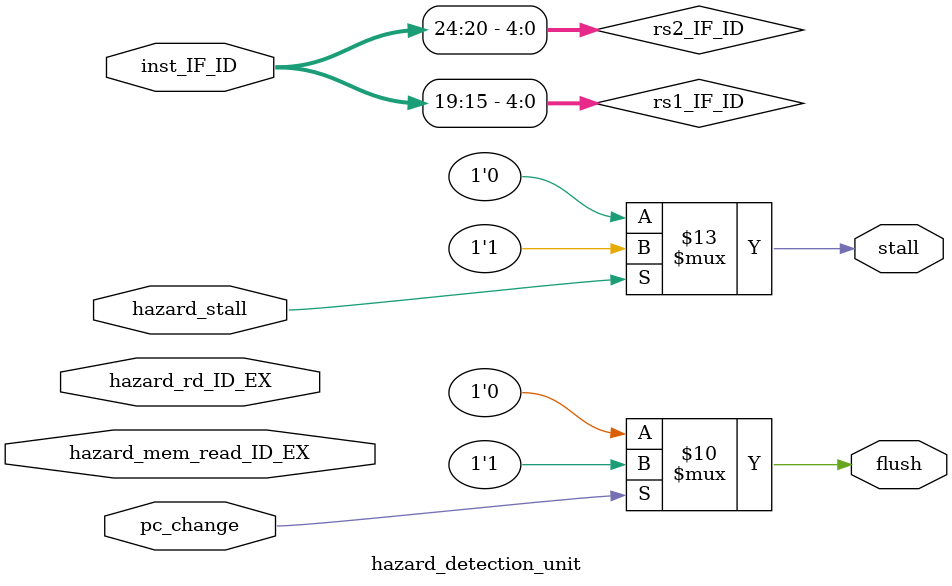
<source format=v>
`timescale 1ns / 1ps

module hazard_detection_unit(
    input hazard_mem_read_ID_EX, 
    input [4:0] hazard_rd_ID_EX, 
    input hazard_stall, 
    input [31:0] inst_IF_ID, 
    input pc_change, 
    output reg stall,
    output reg flush 
);

    reg [4:0] rs1_IF_ID, rs2_IF_ID;
    reg alu_src_b;  

    always @(*) begin 
        if (inst_IF_ID[6:0] == 7'b0010011 || inst_IF_ID[6:0] == 7'b0000011 || inst_IF_ID[6:0] == 7'b0100011) alu_src_b = 1;
        else alu_src_b = 0;
    
        rs1_IF_ID = inst_IF_ID[19:15]; 
        rs2_IF_ID = inst_IF_ID[24:20]; 
        
        //if (hazard_mem_read_ID_EX && ((hazard_rd_ID_EX == rs1_IF_ID) || ((hazard_rd_ID_EX == rs2_IF_ID) && (alu_src_b == 0)))) stall = 1; 
        //else stall = 0; 
        if (hazard_stall == 1) stall = 1; else stall = 0;  
        
        if (pc_change == 1) flush = 1; else flush = 0; 
    end
    

endmodule

</source>
